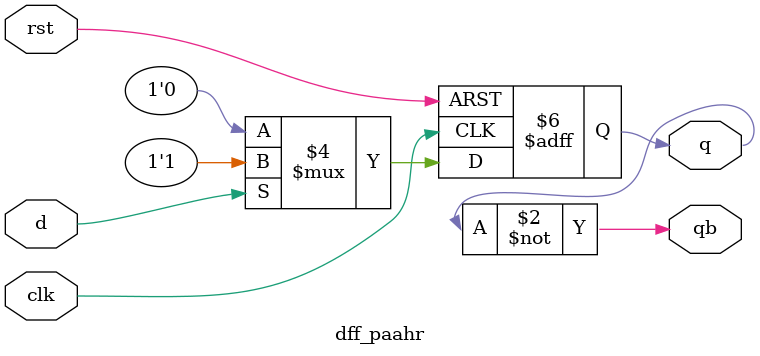
<source format=v>
`timescale 1ns / 1ps

module dff_paahr(
    input d,rst,clk,
    output reg q,
	 output qb
    );
	 always@(posedge clk, posedge rst)
		begin 
			if(rst) q<=0;
			else 
				begin 
					if(d) q<=1;
					else q<=0;
				end
		end
		
		assign qb=~q;

endmodule

</source>
